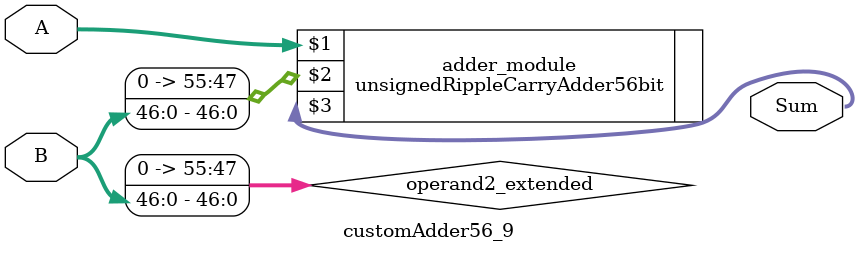
<source format=v>
module customAdder56_9(
                        input [55 : 0] A,
                        input [46 : 0] B,
                        
                        output [56 : 0] Sum
                );

        wire [55 : 0] operand2_extended;
        
        assign operand2_extended =  {9'b0, B};
        
        unsignedRippleCarryAdder56bit adder_module(
            A,
            operand2_extended,
            Sum
        );
        
        endmodule
        
</source>
